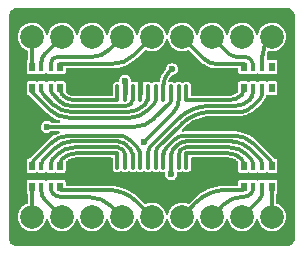
<source format=gbr>
%TF.GenerationSoftware,KiCad,Pcbnew,8.0.4*%
%TF.CreationDate,2024-09-13T11:56:00+01:00*%
%TF.ProjectId,MkI,4d6b492e-6b69-4636-9164-5f7063625858,rev?*%
%TF.SameCoordinates,Original*%
%TF.FileFunction,Copper,L1,Top*%
%TF.FilePolarity,Positive*%
%FSLAX46Y46*%
G04 Gerber Fmt 4.6, Leading zero omitted, Abs format (unit mm)*
G04 Created by KiCad (PCBNEW 8.0.4) date 2024-09-13 11:56:00*
%MOMM*%
%LPD*%
G01*
G04 APERTURE LIST*
G04 Aperture macros list*
%AMRoundRect*
0 Rectangle with rounded corners*
0 $1 Rounding radius*
0 $2 $3 $4 $5 $6 $7 $8 $9 X,Y pos of 4 corners*
0 Add a 4 corners polygon primitive as box body*
4,1,4,$2,$3,$4,$5,$6,$7,$8,$9,$2,$3,0*
0 Add four circle primitives for the rounded corners*
1,1,$1+$1,$2,$3*
1,1,$1+$1,$4,$5*
1,1,$1+$1,$6,$7*
1,1,$1+$1,$8,$9*
0 Add four rect primitives between the rounded corners*
20,1,$1+$1,$2,$3,$4,$5,0*
20,1,$1+$1,$4,$5,$6,$7,0*
20,1,$1+$1,$6,$7,$8,$9,0*
20,1,$1+$1,$8,$9,$2,$3,0*%
G04 Aperture macros list end*
%TA.AperFunction,SMDPad,CuDef*%
%ADD10RoundRect,0.100000X-0.100000X0.637500X-0.100000X-0.637500X0.100000X-0.637500X0.100000X0.637500X0*%
%TD*%
%TA.AperFunction,SMDPad,CuDef*%
%ADD11R,0.500000X0.800000*%
%TD*%
%TA.AperFunction,SMDPad,CuDef*%
%ADD12R,0.400000X0.800000*%
%TD*%
%TA.AperFunction,ComponentPad*%
%ADD13C,2.000000*%
%TD*%
%TA.AperFunction,ViaPad*%
%ADD14C,0.600000*%
%TD*%
%TA.AperFunction,Conductor*%
%ADD15C,0.300000*%
%TD*%
%TA.AperFunction,Conductor*%
%ADD16C,0.400000*%
%TD*%
G04 APERTURE END LIST*
D10*
%TO.P,U1,20,PD3*%
%TO.N,/GPIO_PD3*%
X101350000Y-89857500D03*
%TO.P,U1,19,PD2*%
%TO.N,/GPIO_PD2*%
X100700000Y-89857500D03*
%TO.P,U1,18,PD1*%
%TO.N,/GPIO_PD1*%
X100050000Y-89857500D03*
%TO.P,U1,17,PC7*%
%TO.N,/GPIO_PC7*%
X99400000Y-89857500D03*
%TO.P,U1,16,PC6*%
%TO.N,/GPIO_PC6*%
X98750000Y-89857500D03*
%TO.P,U1,15,PC5*%
%TO.N,/GPIO_PC5*%
X98100000Y-89857500D03*
%TO.P,U1,14,PC4*%
%TO.N,/GPIO_PC4*%
X97450000Y-89857500D03*
%TO.P,U1,13,PC3*%
%TO.N,/GPIO_PC3*%
X96800000Y-89857500D03*
%TO.P,U1,12,PC2*%
%TO.N,/GPIO_PC2*%
X96150000Y-89857500D03*
%TO.P,U1,11,PC1*%
%TO.N,/GPIO_PC1*%
X95500000Y-89857500D03*
%TO.P,U1,10,PC0*%
%TO.N,/GPIO_PC0*%
X95500000Y-84132500D03*
%TO.P,U1,9,VDD*%
%TO.N,VCC*%
X96150000Y-84132500D03*
%TO.P,U1,8,PD0*%
%TO.N,/GPIO_PD0*%
X96800000Y-84132500D03*
%TO.P,U1,7,VSS*%
%TO.N,GND*%
X97450000Y-84132500D03*
%TO.P,U1,6,PA2*%
%TO.N,/GPIO_PA2*%
X98100000Y-84132500D03*
%TO.P,U1,5,PA1*%
%TO.N,/GPIO_PA1*%
X98750000Y-84132500D03*
%TO.P,U1,4,PD7*%
%TO.N,/GPIO_PD7*%
X99400000Y-84132500D03*
%TO.P,U1,3,PD6*%
%TO.N,/GPIO_PD6*%
X100050000Y-84132500D03*
%TO.P,U1,2,PD5*%
%TO.N,/GPIO_PD5*%
X100700000Y-84132500D03*
%TO.P,U1,1,PD4*%
%TO.N,/GPIO_PD4*%
X101350000Y-84132500D03*
%TD*%
D11*
%TO.P,RN2,8,R1.2*%
%TO.N,/GPIO_PD3*%
X106185000Y-90275000D03*
D12*
%TO.P,RN2,7,R2.2*%
%TO.N,/GPIO_PD2*%
X106985000Y-90275000D03*
%TO.P,RN2,6,R3.2*%
%TO.N,/GPIO_PD1*%
X107785000Y-90275000D03*
D11*
%TO.P,RN2,5,R4.2*%
%TO.N,/GPIO_PC7*%
X108585000Y-90275000D03*
%TO.P,RN2,4,R4.1*%
%TO.N,/SEG_C*%
X108585000Y-92075000D03*
D12*
%TO.P,RN2,3,R3.1*%
%TO.N,/SEG_DP*%
X107785000Y-92075000D03*
%TO.P,RN2,2,R2.1*%
%TO.N,/SEG_D*%
X106985000Y-92075000D03*
D11*
%TO.P,RN2,1,R1.1*%
%TO.N,/SEG_G2*%
X106185000Y-92075000D03*
%TD*%
D13*
%TO.P,DISP1,18,F*%
%TO.N,/SEG_F*%
X88265000Y-79375000D03*
%TO.P,DISP1,17,H*%
%TO.N,/SEG_H*%
X90805000Y-79375000D03*
%TO.P,DISP1,16,DIGIT_1*%
%TO.N,/DIGIT_1*%
X93345000Y-79375000D03*
%TO.P,DISP1,15,I*%
%TO.N,/SEG_I*%
X95885000Y-79375000D03*
%TO.P,DISP1,14,J*%
%TO.N,/SEG_J*%
X98425000Y-79375000D03*
%TO.P,DISP1,13,G1*%
%TO.N,/SEG_G1*%
X100965000Y-79375000D03*
%TO.P,DISP1,12,A*%
%TO.N,/SEG_A*%
X103505000Y-79375000D03*
%TO.P,DISP1,11,DIGIT_2*%
%TO.N,/DIGIT_2*%
X106045000Y-79375000D03*
%TO.P,DISP1,10,B*%
%TO.N,/SEG_B*%
X108585000Y-79375000D03*
%TO.P,DISP1,9,C*%
%TO.N,/SEG_C*%
X108585000Y-94615000D03*
%TO.P,DISP1,8,DP*%
%TO.N,/SEG_DP*%
X106045000Y-94615000D03*
%TO.P,DISP1,7,D*%
%TO.N,/SEG_D*%
X103505000Y-94615000D03*
%TO.P,DISP1,6,G2*%
%TO.N,/SEG_G2*%
X100965000Y-94615000D03*
%TO.P,DISP1,5,K*%
%TO.N,/SEG_K*%
X98425000Y-94615000D03*
%TO.P,DISP1,4,L*%
%TO.N,/SEG_L*%
X95885000Y-94615000D03*
%TO.P,DISP1,3,NC*%
%TO.N,unconnected-(DISP1-NC-Pad3)*%
X93345000Y-94615000D03*
%TO.P,DISP1,2,M*%
%TO.N,/SEG_M*%
X90805000Y-94615000D03*
%TO.P,DISP1,1,E*%
%TO.N,/SEG_E*%
X88265000Y-94615000D03*
%TD*%
D11*
%TO.P,RN1,8,R1.2*%
%TO.N,/GPIO_PC4*%
X88265000Y-90275000D03*
D12*
%TO.P,RN1,7,R2.2*%
%TO.N,/GPIO_PC3*%
X89065000Y-90275000D03*
%TO.P,RN1,6,R3.2*%
%TO.N,/GPIO_PC2*%
X89865000Y-90275000D03*
D11*
%TO.P,RN1,5,R4.2*%
%TO.N,/GPIO_PC1*%
X90665000Y-90275000D03*
%TO.P,RN1,4,R4.1*%
%TO.N,/SEG_K*%
X90665000Y-92075000D03*
D12*
%TO.P,RN1,3,R3.1*%
%TO.N,/SEG_L*%
X89865000Y-92075000D03*
%TO.P,RN1,2,R2.1*%
%TO.N,/SEG_M*%
X89065000Y-92075000D03*
D11*
%TO.P,RN1,1,R1.1*%
%TO.N,/SEG_E*%
X88265000Y-92075000D03*
%TD*%
%TO.P,RN4,8,R1.2*%
%TO.N,/SEG_G1*%
X106185000Y-81915000D03*
D12*
%TO.P,RN4,7,R2.2*%
%TO.N,/SEG_A*%
X106985000Y-81915000D03*
%TO.P,RN4,6,R3.2*%
%TO.N,/SEG_B*%
X107785000Y-81915000D03*
D11*
%TO.P,RN4,5,R4.2*%
%TO.N,unconnected-(RN4-R4.2-Pad5)*%
X108585000Y-81915000D03*
%TO.P,RN4,4,R4.1*%
%TO.N,unconnected-(RN4-R4.1-Pad4)*%
X108585000Y-83715000D03*
D12*
%TO.P,RN4,3,R3.1*%
%TO.N,/GPIO_PC6*%
X107785000Y-83715000D03*
%TO.P,RN4,2,R2.1*%
%TO.N,/GPIO_PC5*%
X106985000Y-83715000D03*
D11*
%TO.P,RN4,1,R1.1*%
%TO.N,/GPIO_PD4*%
X106185000Y-83715000D03*
%TD*%
%TO.P,RN3,8,R1.2*%
%TO.N,/SEG_F*%
X88265000Y-81915000D03*
D12*
%TO.P,RN3,7,R2.2*%
%TO.N,/SEG_H*%
X89065000Y-81915000D03*
%TO.P,RN3,6,R3.2*%
%TO.N,/SEG_I*%
X89865000Y-81915000D03*
D11*
%TO.P,RN3,5,R4.2*%
%TO.N,/SEG_J*%
X90665000Y-81915000D03*
%TO.P,RN3,4,R4.1*%
%TO.N,/GPIO_PC0*%
X90665000Y-83715000D03*
D12*
%TO.P,RN3,3,R3.1*%
%TO.N,/GPIO_PD0*%
X89865000Y-83715000D03*
%TO.P,RN3,2,R2.1*%
%TO.N,/GPIO_PA2*%
X89065000Y-83715000D03*
D11*
%TO.P,RN3,1,R1.1*%
%TO.N,/GPIO_PA1*%
X88265000Y-83715000D03*
%TD*%
D14*
%TO.N,GND*%
X99695000Y-93345000D03*
X87245464Y-91180000D03*
X109595464Y-91180000D03*
X98445464Y-91180000D03*
X107295464Y-86280000D03*
X107295464Y-87680000D03*
X105195464Y-91180000D03*
X91645464Y-91180000D03*
X107395464Y-91180000D03*
X89445464Y-91180000D03*
X107365000Y-95965000D03*
X102825000Y-82807500D03*
X90250000Y-82820000D03*
X104725000Y-83795000D03*
X94665000Y-95965000D03*
X106600000Y-82820000D03*
X89585000Y-95965000D03*
X99745000Y-80725000D03*
X91625000Y-83745000D03*
X92625000Y-83745000D03*
X94025000Y-82807500D03*
X97475000Y-82795000D03*
X102285000Y-95965000D03*
%TO.N,VCC*%
X96150000Y-83095001D03*
%TO.N,/GPIO_PD7*%
X100125000Y-82095000D03*
%TO.N,/GPIO_PD1*%
X100050000Y-90995000D03*
%TO.N,/GPIO_PD5*%
X97775000Y-88245000D03*
%TO.N,/GPIO_PD6*%
X89525000Y-86995000D03*
%TD*%
D15*
%TO.N,/SEG_DP*%
X107492107Y-93167893D02*
X106045000Y-94615000D01*
X107785000Y-92075000D02*
X107785000Y-92460786D01*
X107785000Y-92460786D02*
G75*
G02*
X107492114Y-93167900I-1000000J-14D01*
G01*
%TO.N,/SEG_D*%
X104569486Y-93520514D02*
X103490000Y-94600000D01*
X106985000Y-92075000D02*
X106985000Y-92277893D01*
X106838553Y-92631447D02*
X106832893Y-92637107D01*
X106125786Y-92930000D02*
X105995112Y-92930000D01*
X106985000Y-92277893D02*
G75*
G02*
X106838556Y-92631450I-500000J-7D01*
G01*
X106125786Y-92930000D02*
G75*
G03*
X106832900Y-92637114I14J1000000D01*
G01*
X105995112Y-92930000D02*
G75*
G03*
X104569488Y-93520516I-12J-2016100D01*
G01*
%TO.N,/SEG_H*%
X89065000Y-81915000D02*
X89065000Y-81536486D01*
X89363035Y-80816965D02*
X90805000Y-79375000D01*
X89363035Y-80816965D02*
G75*
G03*
X89065003Y-81536486I719565J-719535D01*
G01*
%TO.N,/SEG_G1*%
X106185000Y-81915000D02*
X106185000Y-81695000D01*
X106185000Y-81695000D02*
X106165000Y-81675000D01*
X106165000Y-81675000D02*
X103916172Y-81675000D01*
X102804552Y-81214552D02*
X100965000Y-79375000D01*
X103916172Y-81675000D02*
G75*
G02*
X102804559Y-81214545I28J1572100D01*
G01*
%TO.N,/SEG_F*%
X88265000Y-81915000D02*
X88265000Y-79375000D01*
%TO.N,/SEG_B*%
X108390467Y-79569533D02*
X108585000Y-79375000D01*
X107785000Y-81915000D02*
X107785000Y-81031260D01*
X107785000Y-81031260D02*
G75*
G02*
X108390486Y-79569552I2067200J-40D01*
G01*
%TO.N,/SEG_I*%
X90422107Y-81060000D02*
X93374492Y-81060000D01*
X89865000Y-81915000D02*
X89865000Y-81617107D01*
X90011447Y-81263553D02*
X90068554Y-81206446D01*
X94783722Y-80476278D02*
X95885000Y-79375000D01*
X90011447Y-81263553D02*
G75*
G03*
X89865005Y-81617107I353553J-353547D01*
G01*
X94783722Y-80476278D02*
G75*
G02*
X93374492Y-81060010I-1409222J1409178D01*
G01*
X90068554Y-81206446D02*
G75*
G02*
X90422107Y-81060005I353546J-353554D01*
G01*
%TO.N,/SEG_J*%
X90665000Y-81695000D02*
X90700000Y-81660000D01*
X90700000Y-81660000D02*
X95097155Y-81660000D01*
X96877403Y-80922597D02*
X98425000Y-79375000D01*
X90665000Y-81915000D02*
X90665000Y-81695000D01*
X96877403Y-80922597D02*
G75*
G02*
X95097155Y-81659954I-1780203J1780297D01*
G01*
%TO.N,/SEG_C*%
X108585000Y-92075000D02*
X108585000Y-94615000D01*
%TO.N,/SEG_G2*%
X102175864Y-93374136D02*
X100950000Y-94600000D01*
X106185000Y-92075000D02*
X106185000Y-92295000D01*
X106150000Y-92330000D02*
X104696631Y-92330000D01*
X106185000Y-92295000D02*
X106150000Y-92330000D01*
X104696631Y-92330000D02*
G75*
G03*
X102175849Y-93374121I-31J-3564900D01*
G01*
%TO.N,/SEG_K*%
X97163501Y-93353501D02*
X98425000Y-94615000D01*
X90665000Y-92075000D02*
X90665000Y-92295000D01*
X90665000Y-92295000D02*
X90700000Y-92330000D01*
X90700000Y-92330000D02*
X94692552Y-92330000D01*
X94692552Y-92330000D02*
G75*
G02*
X97163515Y-93353487I48J-3494400D01*
G01*
%TO.N,/SEG_E*%
X88265000Y-92075000D02*
X88265000Y-94615000D01*
%TO.N,/SEG_L*%
X90011447Y-92631447D02*
X90017107Y-92637107D01*
X94989606Y-93719606D02*
X95885000Y-94615000D01*
X89865000Y-92075000D02*
X89865000Y-92277893D01*
X90724214Y-92930000D02*
X93083328Y-92930000D01*
X89865000Y-92277893D02*
G75*
G03*
X90011444Y-92631450I500000J-7D01*
G01*
X90724214Y-92930000D02*
G75*
G02*
X90017100Y-92637114I-14J1000000D01*
G01*
X93083328Y-92930000D02*
G75*
G02*
X94989595Y-93719617I-28J-2695900D01*
G01*
%TO.N,/SEG_M*%
X89357893Y-93167893D02*
X90805000Y-94615000D01*
X89065000Y-92075000D02*
X89065000Y-92460786D01*
X89065000Y-92460786D02*
G75*
G03*
X89357886Y-93167900I1000000J-14D01*
G01*
%TO.N,/SEG_A*%
X106357893Y-81075000D02*
X105540334Y-81075000D01*
X106838553Y-81348553D02*
X106711446Y-81221446D01*
X106985000Y-81915000D02*
X106985000Y-81702107D01*
X104967884Y-80837884D02*
X103505000Y-79375000D01*
X106711446Y-81221446D02*
G75*
G03*
X106357893Y-81075005I-353546J-353554D01*
G01*
X105540334Y-81075000D02*
G75*
G02*
X104967860Y-80837908I-34J809600D01*
G01*
X106838553Y-81348553D02*
G75*
G02*
X106984995Y-81702107I-353553J-353547D01*
G01*
D16*
%TO.N,GND*%
X97450000Y-82820000D02*
X97450000Y-84132500D01*
%TO.N,VCC*%
X96150000Y-83095001D02*
X96150000Y-84132500D01*
D15*
%TO.N,/GPIO_PA1*%
X88265000Y-83715000D02*
X88265000Y-84058553D01*
X88265000Y-84058553D02*
X89699819Y-85493372D01*
X98105796Y-85560479D02*
X98630031Y-85036244D01*
X91478197Y-86230000D02*
X96489429Y-86230000D01*
X98750000Y-84746613D02*
X98750000Y-84132500D01*
X91478197Y-86230000D02*
G75*
G02*
X89699822Y-85493369I3J2515000D01*
G01*
X98105796Y-85560479D02*
G75*
G02*
X96489429Y-86230017I-1616396J1616379D01*
G01*
X98750000Y-84746613D02*
G75*
G02*
X98630024Y-85036237I-409600J13D01*
G01*
%TO.N,/GPIO_PD0*%
X90011447Y-84241447D02*
X90562266Y-84792266D01*
X89865000Y-83715000D02*
X89865000Y-83887893D01*
X91619050Y-85230000D02*
X96213086Y-85230000D01*
X96800000Y-84662893D02*
X96800000Y-84132500D01*
X96600452Y-85069548D02*
X96653554Y-85016446D01*
X96213086Y-85230000D02*
G75*
G03*
X96600455Y-85069551I14J547800D01*
G01*
X89865000Y-83887893D02*
G75*
G03*
X90011444Y-84241450I500000J-7D01*
G01*
X91619050Y-85230000D02*
G75*
G02*
X90562245Y-84792287I-50J1494500D01*
G01*
X96653554Y-85016446D02*
G75*
G03*
X96799995Y-84662893I-353554J353546D01*
G01*
%TO.N,/GPIO_PC0*%
X95500000Y-84730000D02*
X91802069Y-84730000D01*
X90944983Y-84374983D02*
X90811446Y-84241446D01*
X95500000Y-84132500D02*
X95500000Y-84730000D01*
X90665000Y-83887893D02*
X90665000Y-83715000D01*
X91802069Y-84730000D02*
G75*
G02*
X90944999Y-84374967I31J1212100D01*
G01*
X90665000Y-83887893D02*
G75*
G03*
X90811443Y-84241449I500000J-7D01*
G01*
%TO.N,/GPIO_PA2*%
X91574605Y-85730000D02*
X96340909Y-85730000D01*
X89211447Y-84241447D02*
X90081560Y-85111560D01*
X98100000Y-84515976D02*
X98100000Y-84132500D01*
X89065000Y-83715000D02*
X89065000Y-83887893D01*
X97857326Y-85101842D02*
G75*
G02*
X96340909Y-85730020I-1516426J1516242D01*
G01*
X97857326Y-85101842D02*
G75*
G03*
X98099994Y-84515976I-585826J585842D01*
G01*
X89211447Y-84241447D02*
G75*
G02*
X89065005Y-83887893I353553J353547D01*
G01*
X91574605Y-85730000D02*
G75*
G02*
X90081554Y-85111566I-5J2111500D01*
G01*
%TO.N,/GPIO_PD4*%
X101400000Y-84730000D02*
X104943621Y-84730000D01*
X101350000Y-84680000D02*
X101400000Y-84730000D01*
X106185000Y-83922893D02*
X106185000Y-83715000D01*
X101350000Y-84132500D02*
X101350000Y-84680000D01*
X106038554Y-84276446D02*
G75*
G02*
X104943621Y-84730022I-1094954J1094846D01*
G01*
X106038554Y-84276446D02*
G75*
G03*
X106184995Y-83922893I-353554J353546D01*
G01*
%TO.N,/GPIO_PD7*%
X99400000Y-84132500D02*
X99400000Y-83488446D01*
X99872663Y-82347337D02*
X100125000Y-82095000D01*
X99400000Y-83488446D02*
G75*
G02*
X99872634Y-82347308I1613800J46D01*
G01*
%TO.N,/GPIO_PC1*%
X95500000Y-89230000D02*
X91990928Y-89230000D01*
X95500000Y-89857500D02*
X95500000Y-89230000D01*
X90665000Y-90072107D02*
X90665000Y-90275000D01*
X90665000Y-90072107D02*
G75*
G02*
X90811443Y-89718551I500000J7D01*
G01*
X91990928Y-89230000D02*
G75*
G03*
X90811421Y-89718529I-28J-1668100D01*
G01*
%TO.N,/GPIO_PC6*%
X107492107Y-84707893D02*
X107053714Y-85146286D01*
X107053714Y-85146286D02*
X106960112Y-85237241D01*
X107785000Y-84000786D02*
X107782955Y-84099077D01*
X105644502Y-85730000D02*
X103398382Y-85730000D01*
X107744608Y-84291882D02*
X107669384Y-84473501D01*
X106960112Y-85237241D02*
X106753048Y-85396135D01*
X107560174Y-84636956D02*
X107492107Y-84707893D01*
X106753048Y-85396135D02*
X106527015Y-85526641D01*
X107782955Y-84099077D02*
X107744608Y-84291882D01*
X100930226Y-86752344D02*
X98896446Y-88786124D01*
X106285882Y-85626528D02*
X106033773Y-85694086D01*
X106033773Y-85694086D02*
X105775004Y-85728159D01*
X98750000Y-89139677D02*
X98750000Y-89857500D01*
X106527015Y-85526641D02*
X106285882Y-85626528D01*
X105775004Y-85728159D02*
X105644502Y-85730000D01*
X107785000Y-83715000D02*
X107785000Y-84000786D01*
X107669384Y-84473501D02*
X107560174Y-84636956D01*
X103398382Y-85730000D02*
G75*
G03*
X100930235Y-86752353I18J-3490500D01*
G01*
X98750000Y-89139677D02*
G75*
G02*
X98896458Y-88786136I500000J-23D01*
G01*
%TO.N,/GPIO_PD2*%
X100695464Y-89337939D02*
X100695464Y-89857500D01*
X100934511Y-88891785D02*
X100841910Y-88984386D01*
X106834017Y-89718553D02*
X106462744Y-89347280D01*
X104972498Y-88730000D02*
X101325094Y-88730000D01*
X106980464Y-90275000D02*
X106980464Y-90072107D01*
X100695464Y-89337939D02*
G75*
G02*
X100841883Y-88984359I500036J39D01*
G01*
X101325094Y-88730000D02*
G75*
G03*
X100934507Y-88891781I6J-552400D01*
G01*
X104972498Y-88730000D02*
G75*
G02*
X106462740Y-89347284I2J-2107500D01*
G01*
X106980464Y-90072107D02*
G75*
G03*
X106834013Y-89718557I-499964J7D01*
G01*
%TO.N,/GPIO_PC2*%
X95910953Y-88891785D02*
X96003554Y-88984386D01*
X91872966Y-88730000D02*
X95520370Y-88730000D01*
X96150000Y-89337939D02*
X96150000Y-89857500D01*
X89865000Y-90275000D02*
X89865000Y-90072107D01*
X90011447Y-89718553D02*
X90382720Y-89347280D01*
X95520370Y-88730000D02*
G75*
G02*
X95910975Y-88891763I30J-552400D01*
G01*
X91872966Y-88730000D02*
G75*
G03*
X90382742Y-89347302I34J-2107500D01*
G01*
X89865000Y-90072107D02*
G75*
G02*
X90011444Y-89718550I500000J7D01*
G01*
X96150000Y-89337939D02*
G75*
G03*
X96003573Y-88984367I-500000J39D01*
G01*
%TO.N,/GPIO_PC7*%
X108434017Y-89820000D02*
X107026746Y-88412729D01*
X105378491Y-87730000D02*
X101215304Y-87730000D01*
X108580464Y-90275000D02*
X108580464Y-90173554D01*
X99395464Y-89430832D02*
X99395464Y-89857500D01*
X100305037Y-88107045D02*
X99688357Y-88723725D01*
X100305037Y-88107045D02*
G75*
G02*
X101215304Y-87729999I910263J-910255D01*
G01*
X108580464Y-90173554D02*
G75*
G03*
X108433986Y-89820031I-499964J-46D01*
G01*
X105378491Y-87730000D02*
G75*
G02*
X107026753Y-88412722I9J-2331000D01*
G01*
X99688357Y-88723725D02*
G75*
G03*
X99395497Y-89430832I707143J-707075D01*
G01*
%TO.N,/GPIO_PC4*%
X91466973Y-87730000D02*
X95630160Y-87730000D01*
X88265000Y-90275000D02*
X88265000Y-90173554D01*
X97450000Y-89430832D02*
X97450000Y-89857500D01*
X88411447Y-89820000D02*
X89818718Y-88412729D01*
X96540427Y-88107045D02*
X97157107Y-88723725D01*
X96540427Y-88107045D02*
G75*
G03*
X95630160Y-87730025I-910227J-910255D01*
G01*
X88265000Y-90173554D02*
G75*
G02*
X88411470Y-89820023I500000J-46D01*
G01*
X91466973Y-87730000D02*
G75*
G03*
X89818729Y-88412740I27J-2331000D01*
G01*
X97157107Y-88723725D02*
G75*
G02*
X97449978Y-89430832I-707107J-707075D01*
G01*
%TO.N,/GPIO_PD1*%
X100591686Y-88527503D02*
X100246142Y-88873047D01*
X107780464Y-90275000D02*
X107780464Y-90165001D01*
X105234097Y-88230000D02*
X101309922Y-88230000D01*
X107634017Y-89811447D02*
X106631318Y-88808748D01*
X100045464Y-89357527D02*
X100045464Y-89857500D01*
X100050000Y-90995000D02*
X100050000Y-89857500D01*
X106631318Y-88808748D02*
G75*
G03*
X105234097Y-88230011I-1397218J-1397252D01*
G01*
X107634017Y-89811447D02*
G75*
G02*
X107780474Y-90165001I-353517J-353553D01*
G01*
X100246142Y-88873047D02*
G75*
G03*
X100045476Y-89357527I484458J-484453D01*
G01*
X100591686Y-88527503D02*
G75*
G02*
X101309922Y-88230004I718214J-718197D01*
G01*
%TO.N,/GPIO_PC5*%
X98100000Y-89082571D02*
X98100000Y-89857500D01*
X105431638Y-85230000D02*
X103262354Y-85230000D01*
X100672861Y-86302603D02*
X98246446Y-88729018D01*
X106985000Y-83715000D02*
X106985000Y-84000786D01*
X98246446Y-88729018D02*
G75*
G03*
X98099979Y-89082571I353554J-353582D01*
G01*
X106692107Y-84707893D02*
G75*
G02*
X105431638Y-85230016I-1260507J1260493D01*
G01*
X106985000Y-84000786D02*
G75*
G02*
X106692114Y-84707900I-1000000J-14D01*
G01*
X103262354Y-85230000D02*
G75*
G03*
X100672883Y-86302625I46J-3662100D01*
G01*
%TO.N,/GPIO_PD5*%
X97775000Y-88245000D02*
X100229020Y-85790980D01*
X100700000Y-84653934D02*
X100700000Y-84132500D01*
X100700000Y-84653934D02*
G75*
G02*
X100228998Y-85790958I-1608000J34D01*
G01*
%TO.N,/GPIO_PD6*%
X100050000Y-84722631D02*
X100050000Y-84132500D01*
X98633863Y-86275305D02*
X99953454Y-84955714D01*
X89525000Y-86995000D02*
X96896367Y-86995000D01*
X99953454Y-84955714D02*
G75*
G03*
X100050031Y-84722631I-233054J233114D01*
G01*
X98633863Y-86275305D02*
G75*
G02*
X96896367Y-86994973I-1737463J1737505D01*
G01*
%TO.N,/GPIO_PC3*%
X91611367Y-88230000D02*
X95535542Y-88230000D01*
X96253778Y-88527503D02*
X96599322Y-88873047D01*
X89211447Y-89811447D02*
X90214146Y-88808748D01*
X89065000Y-90275000D02*
X89065000Y-90165001D01*
X96800000Y-89357527D02*
X96800000Y-89857500D01*
X96599322Y-88873047D02*
G75*
G02*
X96799969Y-89357527I-484522J-484453D01*
G01*
X96253778Y-88527503D02*
G75*
G03*
X95535542Y-88229959I-718278J-718197D01*
G01*
X90214146Y-88808748D02*
G75*
G02*
X91611367Y-88229986I1397254J-1397252D01*
G01*
X89211447Y-89811447D02*
G75*
G03*
X89065001Y-90165001I353553J-353553D01*
G01*
%TO.N,/GPIO_PD3*%
X106180464Y-90072107D02*
X106180464Y-90275000D01*
X101345464Y-89857500D02*
X101345464Y-89230000D01*
X101345464Y-89230000D02*
X104854536Y-89230000D01*
X106180464Y-90072107D02*
G75*
G03*
X106034014Y-89718558I-499964J7D01*
G01*
X104854536Y-89230000D02*
G75*
G02*
X106034011Y-89718561I-36J-1668100D01*
G01*
%TD*%
%TA.AperFunction,Conductor*%
%TO.N,GND*%
G36*
X109829818Y-76895977D02*
G01*
X109951736Y-76907996D01*
X109970762Y-76911782D01*
X110041048Y-76933107D01*
X110083327Y-76945936D01*
X110101255Y-76953363D01*
X110204992Y-77008817D01*
X110221126Y-77019598D01*
X110312055Y-77094223D01*
X110325776Y-77107944D01*
X110400401Y-77198873D01*
X110411182Y-77215007D01*
X110466636Y-77318744D01*
X110474063Y-77336672D01*
X110508216Y-77449234D01*
X110512003Y-77468265D01*
X110524022Y-77590180D01*
X110524500Y-77599893D01*
X110524500Y-96390138D01*
X110524023Y-96399842D01*
X110512014Y-96521762D01*
X110508228Y-96540796D01*
X110474084Y-96653354D01*
X110466657Y-96671285D01*
X110411208Y-96775022D01*
X110400426Y-96791158D01*
X110325806Y-96882083D01*
X110312083Y-96895806D01*
X110221158Y-96970426D01*
X110205022Y-96981208D01*
X110101285Y-97036657D01*
X110083354Y-97044084D01*
X109970796Y-97078228D01*
X109951763Y-97082014D01*
X109845719Y-97092459D01*
X109829841Y-97094023D01*
X109820139Y-97094500D01*
X87080575Y-97094500D01*
X87080500Y-97094494D01*
X87029832Y-97094499D01*
X87020127Y-97094023D01*
X86898210Y-97082026D01*
X86879174Y-97078241D01*
X86822894Y-97061173D01*
X86766616Y-97044105D01*
X86748683Y-97036678D01*
X86644946Y-96981235D01*
X86628810Y-96970453D01*
X86537883Y-96895832D01*
X86524167Y-96882116D01*
X86449545Y-96791187D01*
X86438767Y-96775058D01*
X86383319Y-96671312D01*
X86375896Y-96653387D01*
X86341756Y-96540817D01*
X86337974Y-96521797D01*
X86325975Y-96399862D01*
X86325500Y-96390175D01*
X86325505Y-96347435D01*
X86325504Y-96347432D01*
X86325505Y-96339972D01*
X86325500Y-96339892D01*
X86325500Y-94615000D01*
X87059357Y-94615000D01*
X87079885Y-94836536D01*
X87140771Y-95050528D01*
X87239942Y-95249689D01*
X87374019Y-95427236D01*
X87538438Y-95577124D01*
X87727599Y-95694247D01*
X87935060Y-95774618D01*
X88153757Y-95815500D01*
X88376243Y-95815500D01*
X88594940Y-95774618D01*
X88802401Y-95694247D01*
X88991562Y-95577124D01*
X89155981Y-95427236D01*
X89290058Y-95249689D01*
X89389229Y-95050528D01*
X89439780Y-94872859D01*
X89473889Y-94822065D01*
X89531342Y-94801021D01*
X89590191Y-94817765D01*
X89627960Y-94865902D01*
X89630215Y-94872845D01*
X89680771Y-95050528D01*
X89779942Y-95249689D01*
X89914019Y-95427236D01*
X90078438Y-95577124D01*
X90267599Y-95694247D01*
X90475060Y-95774618D01*
X90693757Y-95815500D01*
X90916243Y-95815500D01*
X91134940Y-95774618D01*
X91342401Y-95694247D01*
X91531562Y-95577124D01*
X91695981Y-95427236D01*
X91830058Y-95249689D01*
X91929229Y-95050528D01*
X91979780Y-94872859D01*
X92013889Y-94822065D01*
X92071342Y-94801021D01*
X92130191Y-94817765D01*
X92167960Y-94865902D01*
X92170215Y-94872845D01*
X92220771Y-95050528D01*
X92319942Y-95249689D01*
X92454019Y-95427236D01*
X92618438Y-95577124D01*
X92807599Y-95694247D01*
X93015060Y-95774618D01*
X93233757Y-95815500D01*
X93456243Y-95815500D01*
X93674940Y-95774618D01*
X93882401Y-95694247D01*
X94071562Y-95577124D01*
X94235981Y-95427236D01*
X94370058Y-95249689D01*
X94469229Y-95050528D01*
X94519780Y-94872859D01*
X94553889Y-94822065D01*
X94611342Y-94801021D01*
X94670191Y-94817765D01*
X94707960Y-94865902D01*
X94710215Y-94872845D01*
X94760771Y-95050528D01*
X94859942Y-95249689D01*
X94994019Y-95427236D01*
X95158438Y-95577124D01*
X95347599Y-95694247D01*
X95555060Y-95774618D01*
X95773757Y-95815500D01*
X95996243Y-95815500D01*
X96214940Y-95774618D01*
X96422401Y-95694247D01*
X96611562Y-95577124D01*
X96775981Y-95427236D01*
X96910058Y-95249689D01*
X97009229Y-95050528D01*
X97059780Y-94872859D01*
X97093889Y-94822065D01*
X97151342Y-94801021D01*
X97210191Y-94817765D01*
X97247960Y-94865902D01*
X97250215Y-94872845D01*
X97300771Y-95050528D01*
X97399942Y-95249689D01*
X97534019Y-95427236D01*
X97698438Y-95577124D01*
X97887599Y-95694247D01*
X98095060Y-95774618D01*
X98313757Y-95815500D01*
X98536243Y-95815500D01*
X98754940Y-95774618D01*
X98962401Y-95694247D01*
X99151562Y-95577124D01*
X99315981Y-95427236D01*
X99450058Y-95249689D01*
X99549229Y-95050528D01*
X99599780Y-94872859D01*
X99633889Y-94822065D01*
X99691342Y-94801021D01*
X99750191Y-94817765D01*
X99787960Y-94865902D01*
X99790215Y-94872845D01*
X99840771Y-95050528D01*
X99939942Y-95249689D01*
X100074019Y-95427236D01*
X100238438Y-95577124D01*
X100427599Y-95694247D01*
X100635060Y-95774618D01*
X100853757Y-95815500D01*
X101076243Y-95815500D01*
X101294940Y-95774618D01*
X101502401Y-95694247D01*
X101691562Y-95577124D01*
X101855981Y-95427236D01*
X101990058Y-95249689D01*
X102089229Y-95050528D01*
X102139780Y-94872859D01*
X102173889Y-94822065D01*
X102231342Y-94801021D01*
X102290191Y-94817765D01*
X102327960Y-94865902D01*
X102330215Y-94872845D01*
X102380771Y-95050528D01*
X102479942Y-95249689D01*
X102614019Y-95427236D01*
X102778438Y-95577124D01*
X102967599Y-95694247D01*
X103175060Y-95774618D01*
X103393757Y-95815500D01*
X103616243Y-95815500D01*
X103834940Y-95774618D01*
X104042401Y-95694247D01*
X104231562Y-95577124D01*
X104395981Y-95427236D01*
X104530058Y-95249689D01*
X104629229Y-95050528D01*
X104679780Y-94872859D01*
X104713889Y-94822065D01*
X104771342Y-94801021D01*
X104830191Y-94817765D01*
X104867960Y-94865902D01*
X104870215Y-94872845D01*
X104920771Y-95050528D01*
X105019942Y-95249689D01*
X105154019Y-95427236D01*
X105318438Y-95577124D01*
X105507599Y-95694247D01*
X105715060Y-95774618D01*
X105933757Y-95815500D01*
X106156243Y-95815500D01*
X106374940Y-95774618D01*
X106582401Y-95694247D01*
X106771562Y-95577124D01*
X106935981Y-95427236D01*
X107070058Y-95249689D01*
X107169229Y-95050528D01*
X107219780Y-94872859D01*
X107253889Y-94822065D01*
X107311342Y-94801021D01*
X107370191Y-94817765D01*
X107407960Y-94865902D01*
X107410215Y-94872845D01*
X107460771Y-95050528D01*
X107559942Y-95249689D01*
X107694019Y-95427236D01*
X107858438Y-95577124D01*
X108047599Y-95694247D01*
X108255060Y-95774618D01*
X108473757Y-95815500D01*
X108696243Y-95815500D01*
X108914940Y-95774618D01*
X109122401Y-95694247D01*
X109311562Y-95577124D01*
X109475981Y-95427236D01*
X109610058Y-95249689D01*
X109709229Y-95050528D01*
X109770115Y-94836536D01*
X109790643Y-94615000D01*
X109770115Y-94393464D01*
X109709229Y-94179472D01*
X109610058Y-93980311D01*
X109475981Y-93802764D01*
X109311562Y-93652876D01*
X109122401Y-93535753D01*
X109016307Y-93494652D01*
X108998737Y-93487845D01*
X108951306Y-93449193D01*
X108935500Y-93395530D01*
X108935500Y-92701903D01*
X108954407Y-92643712D01*
X108979497Y-92619588D01*
X108979552Y-92619552D01*
X109023867Y-92553231D01*
X109035500Y-92494748D01*
X109035500Y-91655252D01*
X109023867Y-91596769D01*
X108979552Y-91530448D01*
X108954998Y-91514041D01*
X108913233Y-91486134D01*
X108913231Y-91486133D01*
X108913228Y-91486132D01*
X108913227Y-91486132D01*
X108854758Y-91474501D01*
X108854748Y-91474500D01*
X108315252Y-91474500D01*
X108315251Y-91474500D01*
X108315241Y-91474501D01*
X108256772Y-91486132D01*
X108256766Y-91486134D01*
X108215002Y-91514041D01*
X108156114Y-91530650D01*
X108104998Y-91514041D01*
X108063233Y-91486134D01*
X108063231Y-91486133D01*
X108063228Y-91486132D01*
X108063227Y-91486132D01*
X108004758Y-91474501D01*
X108004748Y-91474500D01*
X107565252Y-91474500D01*
X107565251Y-91474500D01*
X107565241Y-91474501D01*
X107506772Y-91486132D01*
X107506766Y-91486134D01*
X107440002Y-91530746D01*
X107381114Y-91547355D01*
X107329998Y-91530746D01*
X107263233Y-91486134D01*
X107263231Y-91486133D01*
X107263228Y-91486132D01*
X107263227Y-91486132D01*
X107204758Y-91474501D01*
X107204748Y-91474500D01*
X106765252Y-91474500D01*
X106765251Y-91474500D01*
X106765241Y-91474501D01*
X106706772Y-91486132D01*
X106706766Y-91486134D01*
X106665002Y-91514041D01*
X106606114Y-91530650D01*
X106554998Y-91514041D01*
X106513233Y-91486134D01*
X106513231Y-91486133D01*
X106513228Y-91486132D01*
X106513227Y-91486132D01*
X106454758Y-91474501D01*
X106454748Y-91474500D01*
X105915252Y-91474500D01*
X105915251Y-91474500D01*
X105915241Y-91474501D01*
X105856772Y-91486132D01*
X105856766Y-91486134D01*
X105790451Y-91530445D01*
X105790445Y-91530451D01*
X105746134Y-91596766D01*
X105746132Y-91596772D01*
X105734501Y-91655241D01*
X105734500Y-91655253D01*
X105734500Y-91880500D01*
X105715593Y-91938691D01*
X105666093Y-91974655D01*
X105635500Y-91979500D01*
X104644442Y-91979500D01*
X104644107Y-91979521D01*
X104525676Y-91979521D01*
X104185092Y-92009315D01*
X104185083Y-92009316D01*
X103848385Y-92068682D01*
X103848377Y-92068684D01*
X103518129Y-92157170D01*
X103196843Y-92274108D01*
X102886973Y-92418599D01*
X102590890Y-92589541D01*
X102310819Y-92785646D01*
X102208457Y-92871537D01*
X102069505Y-92988131D01*
X102048898Y-93005422D01*
X101960653Y-93093665D01*
X101960645Y-93093671D01*
X101559664Y-93494652D01*
X101505148Y-93522429D01*
X101453898Y-93516963D01*
X101294940Y-93455382D01*
X101294939Y-93455381D01*
X101294937Y-93455381D01*
X101076243Y-93414500D01*
X100853757Y-93414500D01*
X100635062Y-93455381D01*
X100558797Y-93484926D01*
X100427599Y-93535753D01*
X100238438Y-93652876D01*
X100074019Y-93802764D01*
X100030550Y-93860326D01*
X99939943Y-93980309D01*
X99939938Y-93980318D01*
X99873183Y-94114380D01*
X99840771Y-94179472D01*
X99790219Y-94357140D01*
X99756111Y-94407934D01*
X99698658Y-94428978D01*
X99639809Y-94412234D01*
X99602040Y-94364097D01*
X99599784Y-94357154D01*
X99549229Y-94179472D01*
X99450058Y-93980311D01*
X99315981Y-93802764D01*
X99151562Y-93652876D01*
X98962401Y-93535753D01*
X98754940Y-93455382D01*
X98754939Y-93455381D01*
X98754937Y-93455381D01*
X98536243Y-93414500D01*
X98313757Y-93414500D01*
X98095062Y-93455381D01*
X97914478Y-93525340D01*
X97853386Y-93528730D01*
X97808711Y-93503029D01*
X97440352Y-93134670D01*
X97440322Y-93134612D01*
X97365770Y-93060061D01*
X97292650Y-92986941D01*
X97292645Y-92986936D01*
X97035457Y-92771130D01*
X97035453Y-92771127D01*
X97035451Y-92771125D01*
X96760420Y-92578548D01*
X96469651Y-92410674D01*
X96329355Y-92345254D01*
X96165359Y-92268782D01*
X95849854Y-92153950D01*
X95525547Y-92067055D01*
X95525539Y-92067053D01*
X95194897Y-92008756D01*
X95194886Y-92008754D01*
X94860430Y-91979498D01*
X94860422Y-91979498D01*
X94692547Y-91979500D01*
X91214500Y-91979500D01*
X91156309Y-91960593D01*
X91120345Y-91911093D01*
X91115500Y-91880500D01*
X91115500Y-91655253D01*
X91115498Y-91655241D01*
X91112711Y-91641231D01*
X91103867Y-91596769D01*
X91059552Y-91530448D01*
X91034998Y-91514041D01*
X90993233Y-91486134D01*
X90993231Y-91486133D01*
X90993228Y-91486132D01*
X90993227Y-91486132D01*
X90934758Y-91474501D01*
X90934748Y-91474500D01*
X90395252Y-91474500D01*
X90395251Y-91474500D01*
X90395241Y-91474501D01*
X90336772Y-91486132D01*
X90336766Y-91486134D01*
X90295002Y-91514041D01*
X90236114Y-91530650D01*
X90184998Y-91514041D01*
X90143233Y-91486134D01*
X90143231Y-91486133D01*
X90143228Y-91486132D01*
X90143227Y-91486132D01*
X90084758Y-91474501D01*
X90084748Y-91474500D01*
X89645252Y-91474500D01*
X89645251Y-91474500D01*
X89645241Y-91474501D01*
X89586772Y-91486132D01*
X89586766Y-91486134D01*
X89520002Y-91530746D01*
X89461114Y-91547355D01*
X89409998Y-91530746D01*
X89343233Y-91486134D01*
X89343231Y-91486133D01*
X89343228Y-91486132D01*
X89343227Y-91486132D01*
X89284758Y-91474501D01*
X89284748Y-91474500D01*
X88845252Y-91474500D01*
X88845251Y-91474500D01*
X88845241Y-91474501D01*
X88786772Y-91486132D01*
X88786766Y-91486134D01*
X88745002Y-91514041D01*
X88686114Y-91530650D01*
X88634998Y-91514041D01*
X88593233Y-91486134D01*
X88593231Y-91486133D01*
X88593228Y-91486132D01*
X88593227Y-91486132D01*
X88534758Y-91474501D01*
X88534748Y-91474500D01*
X87995252Y-91474500D01*
X87995251Y-91474500D01*
X87995241Y-91474501D01*
X87936772Y-91486132D01*
X87936766Y-91486134D01*
X87870451Y-91530445D01*
X87870445Y-91530451D01*
X87826134Y-91596766D01*
X87826132Y-91596772D01*
X87814501Y-91655241D01*
X87814500Y-91655253D01*
X87814500Y-92494746D01*
X87814501Y-92494758D01*
X87826132Y-92553227D01*
X87826134Y-92553233D01*
X87870445Y-92619548D01*
X87870448Y-92619552D01*
X87870501Y-92619587D01*
X87870564Y-92619667D01*
X87877343Y-92626446D01*
X87876540Y-92627248D01*
X87908381Y-92667637D01*
X87914500Y-92701903D01*
X87914500Y-93395530D01*
X87895593Y-93453721D01*
X87851263Y-93487845D01*
X87817877Y-93500779D01*
X87727599Y-93535753D01*
X87538438Y-93652876D01*
X87374019Y-93802764D01*
X87330550Y-93860326D01*
X87239943Y-93980309D01*
X87239938Y-93980318D01*
X87173183Y-94114380D01*
X87140771Y-94179472D01*
X87079885Y-94393464D01*
X87059357Y-94615000D01*
X86325500Y-94615000D01*
X86325500Y-83295253D01*
X87814500Y-83295253D01*
X87814500Y-84134746D01*
X87814501Y-84134758D01*
X87826132Y-84193227D01*
X87826134Y-84193233D01*
X87870445Y-84259548D01*
X87870448Y-84259552D01*
X87936769Y-84303867D01*
X87960582Y-84308603D01*
X88000023Y-84316450D01*
X87999761Y-84317766D01*
X88050443Y-84339923D01*
X88054700Y-84343935D01*
X89484606Y-85773841D01*
X89484608Y-85773842D01*
X89489261Y-85778495D01*
X89489293Y-85778523D01*
X89551518Y-85840747D01*
X89551525Y-85840754D01*
X89769150Y-86019355D01*
X89769160Y-86019363D01*
X90003257Y-86175783D01*
X90251558Y-86308503D01*
X90511673Y-86416247D01*
X90511683Y-86416250D01*
X90625454Y-86450763D01*
X90675651Y-86485748D01*
X90695697Y-86543557D01*
X90677936Y-86602107D01*
X90629151Y-86639036D01*
X90596716Y-86644500D01*
X89928759Y-86644500D01*
X89870568Y-86625593D01*
X89861596Y-86617359D01*
X89861480Y-86617494D01*
X89856128Y-86612856D01*
X89735057Y-86535049D01*
X89735054Y-86535047D01*
X89735053Y-86535047D01*
X89735050Y-86535046D01*
X89596964Y-86494500D01*
X89596961Y-86494500D01*
X89453039Y-86494500D01*
X89453035Y-86494500D01*
X89314949Y-86535046D01*
X89314942Y-86535049D01*
X89193873Y-86612855D01*
X89099622Y-86721628D01*
X89039834Y-86852543D01*
X89019353Y-86994997D01*
X89019353Y-86995002D01*
X89039834Y-87137456D01*
X89046642Y-87152363D01*
X89099623Y-87268373D01*
X89168682Y-87348072D01*
X89193873Y-87377144D01*
X89314942Y-87454950D01*
X89314947Y-87454953D01*
X89401044Y-87480233D01*
X89453035Y-87495499D01*
X89453036Y-87495499D01*
X89453039Y-87495500D01*
X89453041Y-87495500D01*
X89596959Y-87495500D01*
X89596961Y-87495500D01*
X89735053Y-87454953D01*
X89856128Y-87377143D01*
X89861480Y-87372506D01*
X89862968Y-87374223D01*
X89906341Y-87348072D01*
X89928759Y-87345500D01*
X90525846Y-87345500D01*
X90584037Y-87364407D01*
X90620001Y-87413907D01*
X90620001Y-87475093D01*
X90584037Y-87524593D01*
X90558544Y-87537944D01*
X90439197Y-87579706D01*
X90287876Y-87652580D01*
X90167850Y-87710383D01*
X90167833Y-87710391D01*
X89912846Y-87870611D01*
X89912831Y-87870621D01*
X89677355Y-88058410D01*
X88126655Y-89609110D01*
X88126364Y-89609440D01*
X88116314Y-89619490D01*
X88105992Y-89633696D01*
X88056489Y-89669657D01*
X88025903Y-89674500D01*
X87995252Y-89674500D01*
X87995251Y-89674500D01*
X87995241Y-89674501D01*
X87936772Y-89686132D01*
X87936766Y-89686134D01*
X87870451Y-89730445D01*
X87870445Y-89730451D01*
X87826134Y-89796766D01*
X87826132Y-89796772D01*
X87814501Y-89855241D01*
X87814500Y-89855253D01*
X87814500Y-90694746D01*
X87814501Y-90694758D01*
X87826132Y-90753227D01*
X87826134Y-90753233D01*
X87867009Y-90814406D01*
X87870448Y-90819552D01*
X87936769Y-90863867D01*
X87981231Y-90872711D01*
X87995241Y-90875498D01*
X87995246Y-90875498D01*
X87995252Y-90875500D01*
X87995253Y-90875500D01*
X88534747Y-90875500D01*
X88534748Y-90875500D01*
X88593231Y-90863867D01*
X88635000Y-90835956D01*
X88693885Y-90819349D01*
X88744998Y-90835956D01*
X88786769Y-90863867D01*
X88831231Y-90872711D01*
X88845241Y-90875498D01*
X88845246Y-90875498D01*
X88845252Y-90875500D01*
X88845253Y-90875500D01*
X89284747Y-90875500D01*
X89284748Y-90875500D01*
X89343231Y-90863867D01*
X89409552Y-90819552D01*
X89409553Y-90819549D01*
X89409997Y-90819253D01*
X89468885Y-90802644D01*
X89520003Y-90819253D01*
X89520446Y-90819549D01*
X89520448Y-90819552D01*
X89586769Y-90863867D01*
X89631231Y-90872711D01*
X89645241Y-90875498D01*
X89645246Y-90875498D01*
X89645252Y-90875500D01*
X89645253Y-90875500D01*
X90084747Y-90875500D01*
X90084748Y-90875500D01*
X90143231Y-90863867D01*
X90185000Y-90835956D01*
X90243885Y-90819349D01*
X90294998Y-90835956D01*
X90336769Y-90863867D01*
X90381231Y-90872711D01*
X90395241Y-90875498D01*
X90395246Y-90875498D01*
X90395252Y-90875500D01*
X90395253Y-90875500D01*
X90934747Y-90875500D01*
X90934748Y-90875500D01*
X90993231Y-90863867D01*
X91059552Y-90819552D01*
X91103867Y-90753231D01*
X91115500Y-90694748D01*
X91115500Y-89961961D01*
X91134407Y-89903770D01*
X91149223Y-89887530D01*
X91183981Y-89857051D01*
X91194245Y-89849176D01*
X91326768Y-89760632D01*
X91337956Y-89754173D01*
X91480922Y-89683676D01*
X91492852Y-89678735D01*
X91643792Y-89627502D01*
X91656269Y-89624160D01*
X91812597Y-89593067D01*
X91825415Y-89591380D01*
X91988236Y-89580711D01*
X91994706Y-89580500D01*
X92046436Y-89580501D01*
X92046439Y-89580500D01*
X95000500Y-89580500D01*
X95058691Y-89599407D01*
X95094655Y-89648907D01*
X95099500Y-89679500D01*
X95099500Y-90539860D01*
X95099501Y-90539863D01*
X95102414Y-90564990D01*
X95127756Y-90622385D01*
X95147794Y-90667765D01*
X95227235Y-90747206D01*
X95330009Y-90792585D01*
X95355135Y-90795500D01*
X95644864Y-90795499D01*
X95669991Y-90792585D01*
X95772765Y-90747206D01*
X95772766Y-90747204D01*
X95781157Y-90743500D01*
X95782205Y-90745875D01*
X95827739Y-90732462D01*
X95867948Y-90745526D01*
X95868843Y-90743500D01*
X95877233Y-90747204D01*
X95877235Y-90747206D01*
X95980009Y-90792585D01*
X96005135Y-90795500D01*
X96294864Y-90795499D01*
X96319991Y-90792585D01*
X96422765Y-90747206D01*
X96422766Y-90747204D01*
X96431157Y-90743500D01*
X96432205Y-90745875D01*
X96477739Y-90732462D01*
X96517948Y-90745526D01*
X96518843Y-90743500D01*
X96527233Y-90747204D01*
X96527235Y-90747206D01*
X96630009Y-90792585D01*
X96655135Y-90795500D01*
X96944864Y-90795499D01*
X96969991Y-90792585D01*
X97072765Y-90747206D01*
X97072766Y-90747204D01*
X97081157Y-90743500D01*
X97082205Y-90745875D01*
X97127739Y-90732462D01*
X97167948Y-90745526D01*
X97168843Y-90743500D01*
X97177233Y-90747204D01*
X97177235Y-90747206D01*
X97280009Y-90792585D01*
X97305135Y-90795500D01*
X97594864Y-90795499D01*
X97619991Y-90792585D01*
X97722765Y-90747206D01*
X97722766Y-90747204D01*
X97731157Y-90743500D01*
X97732205Y-90745875D01*
X97777739Y-90732462D01*
X97817948Y-90745526D01*
X97818843Y-90743500D01*
X97827233Y-90747204D01*
X97827235Y-90747206D01*
X97930009Y-90792585D01*
X97955135Y-90795500D01*
X98244864Y-90795499D01*
X98269991Y-90792585D01*
X98372765Y-90747206D01*
X98372766Y-90747204D01*
X98381157Y-90743500D01*
X98382205Y-90745875D01*
X98427739Y-90732462D01*
X98467948Y-90745526D01*
X98468843Y-90743500D01*
X98477233Y-90747204D01*
X98477235Y-90747206D01*
X98580009Y-90792585D01*
X98605135Y-90795500D01*
X98894864Y-90795499D01*
X98919991Y-90792585D01*
X99022765Y-90747206D01*
X99022766Y-90747204D01*
X99031157Y-90743500D01*
X99032205Y-90745875D01*
X99077739Y-90732462D01*
X99117948Y-90745526D01*
X99118843Y-90743500D01*
X99127233Y-90747204D01*
X99127235Y-90747206D01*
X99230009Y-90792585D01*
X99255135Y-90795500D01*
X99458784Y-90795499D01*
X99516974Y-90814406D01*
X99552938Y-90863906D01*
X99556776Y-90908587D01*
X99544353Y-90994995D01*
X99544353Y-90995002D01*
X99564834Y-91137456D01*
X99624622Y-91268371D01*
X99624623Y-91268373D01*
X99718872Y-91377143D01*
X99718873Y-91377144D01*
X99839942Y-91454950D01*
X99839947Y-91454953D01*
X99946134Y-91486132D01*
X99978035Y-91495499D01*
X99978036Y-91495499D01*
X99978039Y-91495500D01*
X99978041Y-91495500D01*
X100121959Y-91495500D01*
X100121961Y-91495500D01*
X100260053Y-91454953D01*
X100381128Y-91377143D01*
X100475377Y-91268373D01*
X100535165Y-91137457D01*
X100555647Y-90995000D01*
X100555646Y-90994995D01*
X100543223Y-90908588D01*
X100553656Y-90848299D01*
X100597534Y-90805657D01*
X100641211Y-90795499D01*
X100844864Y-90795499D01*
X100869991Y-90792585D01*
X100972765Y-90747206D01*
X100972766Y-90747204D01*
X100981157Y-90743500D01*
X100982205Y-90745875D01*
X101027739Y-90732462D01*
X101067948Y-90745526D01*
X101068843Y-90743500D01*
X101077233Y-90747204D01*
X101077235Y-90747206D01*
X101180009Y-90792585D01*
X101205135Y-90795500D01*
X101494864Y-90795499D01*
X101519991Y-90792585D01*
X101622765Y-90747206D01*
X101702206Y-90667765D01*
X101747585Y-90564991D01*
X101750500Y-90539865D01*
X101750499Y-89679499D01*
X101769406Y-89621309D01*
X101818906Y-89585345D01*
X101849499Y-89580500D01*
X104851285Y-89580500D01*
X104857761Y-89580712D01*
X104865478Y-89581217D01*
X105020042Y-89591351D01*
X105032856Y-89593039D01*
X105189168Y-89624133D01*
X105201672Y-89627484D01*
X105352596Y-89678716D01*
X105364543Y-89683665D01*
X105485915Y-89743519D01*
X105507479Y-89754154D01*
X105518694Y-89760629D01*
X105651203Y-89849169D01*
X105661475Y-89857050D01*
X105700774Y-89891514D01*
X105732058Y-89944094D01*
X105734500Y-89965946D01*
X105734500Y-90694746D01*
X105734501Y-90694758D01*
X105746132Y-90753227D01*
X105746134Y-90753233D01*
X105787009Y-90814406D01*
X105790448Y-90819552D01*
X105856769Y-90863867D01*
X105901231Y-90872711D01*
X105915241Y-90875498D01*
X105915246Y-90875498D01*
X105915252Y-90875500D01*
X105915253Y-90875500D01*
X106454747Y-90875500D01*
X106454748Y-90875500D01*
X106513231Y-90863867D01*
X106555000Y-90835956D01*
X106613885Y-90819349D01*
X106664998Y-90835956D01*
X106706769Y-90863867D01*
X106751231Y-90872711D01*
X106765241Y-90875498D01*
X106765246Y-90875498D01*
X106765252Y-90875500D01*
X106765253Y-90875500D01*
X107204747Y-90875500D01*
X107204748Y-90875500D01*
X107263231Y-90863867D01*
X107329552Y-90819552D01*
X107329553Y-90819549D01*
X107329997Y-90819253D01*
X107388885Y-90802644D01*
X107440003Y-90819253D01*
X107440446Y-90819549D01*
X107440448Y-90819552D01*
X107506769Y-90863867D01*
X107551231Y-90872711D01*
X107565241Y-90875498D01*
X107565246Y-90875498D01*
X107565252Y-90875500D01*
X107565253Y-90875500D01*
X108004747Y-90875500D01*
X108004748Y-90875500D01*
X108063231Y-90863867D01*
X108105000Y-90835956D01*
X108163885Y-90819349D01*
X108214998Y-90835956D01*
X108256769Y-90863867D01*
X108301231Y-90872711D01*
X108315241Y-90875498D01*
X108315246Y-90875498D01*
X108315252Y-90875500D01*
X108315253Y-90875500D01*
X108854747Y-90875500D01*
X108854748Y-90875500D01*
X108913231Y-90863867D01*
X108979552Y-90819552D01*
X109023867Y-90753231D01*
X109035500Y-90694748D01*
X109035500Y-89855252D01*
X109023867Y-89796769D01*
X108979552Y-89730448D01*
X108979548Y-89730445D01*
X108913233Y-89686134D01*
X108913231Y-89686133D01*
X108913228Y-89686132D01*
X108913227Y-89686132D01*
X108854758Y-89674501D01*
X108854748Y-89674500D01*
X108854747Y-89674500D01*
X108819604Y-89674500D01*
X108761413Y-89655593D01*
X108739518Y-89633700D01*
X108729171Y-89619462D01*
X108729169Y-89619460D01*
X108729167Y-89619457D01*
X108681835Y-89572136D01*
X108681831Y-89572127D01*
X108681829Y-89572130D01*
X107303588Y-88193889D01*
X107303572Y-88193858D01*
X107168108Y-88058396D01*
X106932637Y-87870617D01*
X106796451Y-87785047D01*
X106677621Y-87710382D01*
X106406268Y-87579708D01*
X106406264Y-87579706D01*
X106121994Y-87480236D01*
X105901770Y-87429973D01*
X105828363Y-87413219D01*
X105529079Y-87379500D01*
X105424635Y-87379500D01*
X101270819Y-87379500D01*
X101215305Y-87379500D01*
X101107957Y-87379500D01*
X101107955Y-87379500D01*
X101041020Y-87388312D01*
X100980859Y-87377162D01*
X100938742Y-87332779D01*
X100930756Y-87272117D01*
X100958092Y-87220158D01*
X101138812Y-87039439D01*
X101138814Y-87039438D01*
X101176382Y-87001869D01*
X101179862Y-86998557D01*
X101402785Y-86796511D01*
X101410291Y-86790351D01*
X101502952Y-86721628D01*
X101649998Y-86612569D01*
X101658053Y-86607187D01*
X101914035Y-86453757D01*
X101922578Y-86449190D01*
X102192374Y-86321585D01*
X102201325Y-86317877D01*
X102482323Y-86217333D01*
X102491592Y-86214521D01*
X102781101Y-86142001D01*
X102790599Y-86140112D01*
X103085804Y-86096322D01*
X103095446Y-86095372D01*
X103395718Y-86080618D01*
X103400576Y-86080500D01*
X103453898Y-86080500D01*
X105592266Y-86080500D01*
X105602911Y-86081121D01*
X105603304Y-86081115D01*
X105603307Y-86081116D01*
X105645428Y-86080521D01*
X105646262Y-86080510D01*
X105647659Y-86080500D01*
X105691048Y-86080500D01*
X105701674Y-86079727D01*
X105747312Y-86079083D01*
X105761617Y-86079919D01*
X105775011Y-86081683D01*
X105794706Y-86079088D01*
X105806224Y-86078252D01*
X105826087Y-86077973D01*
X105839079Y-86074294D01*
X105853119Y-86071398D01*
X106050317Y-86045432D01*
X106063241Y-86044585D01*
X106079926Y-86044585D01*
X106096041Y-86040266D01*
X106108747Y-86037738D01*
X106125279Y-86035562D01*
X106140695Y-86029174D01*
X106152945Y-86025016D01*
X106348164Y-85972703D01*
X106360835Y-85970183D01*
X106377389Y-85968004D01*
X106392799Y-85961619D01*
X106405064Y-85957456D01*
X106421177Y-85953139D01*
X106435636Y-85944789D01*
X106447230Y-85939071D01*
X106633935Y-85861732D01*
X106646202Y-85857568D01*
X106662309Y-85853252D01*
X106676754Y-85844910D01*
X106688371Y-85839182D01*
X106703784Y-85832798D01*
X106717017Y-85822642D01*
X106727777Y-85815451D01*
X106902792Y-85714402D01*
X106914398Y-85708678D01*
X106929818Y-85702292D01*
X106943058Y-85692131D01*
X106953810Y-85684946D01*
X106968265Y-85676601D01*
X106980070Y-85664794D01*
X106989780Y-85656278D01*
X107147553Y-85535208D01*
X107159539Y-85527323D01*
X107171280Y-85520768D01*
X107185573Y-85506877D01*
X107194289Y-85499344D01*
X107210097Y-85487215D01*
X107218280Y-85476548D01*
X107227822Y-85465823D01*
X107260511Y-85434059D01*
X107268698Y-85426981D01*
X107268918Y-85426760D01*
X107268926Y-85426756D01*
X107299423Y-85396257D01*
X107300154Y-85395537D01*
X107331069Y-85365498D01*
X107331069Y-85365496D01*
X107331297Y-85365276D01*
X107338487Y-85357193D01*
X107702973Y-84992706D01*
X107711106Y-84985426D01*
X107713056Y-84983863D01*
X107713063Y-84983860D01*
X107741856Y-84953851D01*
X107743192Y-84952487D01*
X107772576Y-84923105D01*
X107772581Y-84923094D01*
X107774094Y-84921125D01*
X107781208Y-84912840D01*
X107799689Y-84893580D01*
X107805813Y-84887725D01*
X107825975Y-84870043D01*
X107829609Y-84864603D01*
X107840497Y-84851053D01*
X107845024Y-84846335D01*
X107845023Y-84846335D01*
X107845027Y-84846332D01*
X107857942Y-84822853D01*
X107862359Y-84815583D01*
X107952650Y-84680443D01*
X107956403Y-84675205D01*
X107975549Y-84650256D01*
X107976264Y-84648530D01*
X107985418Y-84631403D01*
X107985450Y-84631353D01*
X107986455Y-84629851D01*
X107996568Y-84600054D01*
X107998827Y-84594051D01*
X108062804Y-84439586D01*
X108065467Y-84433707D01*
X108079373Y-84405511D01*
X108079737Y-84403677D01*
X108085376Y-84385091D01*
X108086088Y-84383372D01*
X108087994Y-84368889D01*
X108088727Y-84363317D01*
X108115065Y-84308092D01*
X108168834Y-84278894D01*
X108229496Y-84286877D01*
X108241873Y-84293914D01*
X108256769Y-84303867D01*
X108293097Y-84311093D01*
X108315241Y-84315498D01*
X108315246Y-84315498D01*
X108315252Y-84315500D01*
X108315253Y-84315500D01*
X108854747Y-84315500D01*
X108854748Y-84315500D01*
X108913231Y-84303867D01*
X108979552Y-84259552D01*
X109023867Y-84193231D01*
X109035500Y-84134748D01*
X109035500Y-83295252D01*
X109023867Y-83236769D01*
X108979552Y-83170448D01*
X108979548Y-83170445D01*
X108913233Y-83126134D01*
X108913231Y-83126133D01*
X108913228Y-83126132D01*
X108913227Y-83126132D01*
X108854758Y-83114501D01*
X108854748Y-83114500D01*
X108315252Y-83114500D01*
X108315251Y-83114500D01*
X108315241Y-83114501D01*
X108256772Y-83126132D01*
X108256766Y-83126134D01*
X108215002Y-83154041D01*
X108156114Y-83170650D01*
X108104998Y-83154041D01*
X108063233Y-83126134D01*
X108063231Y-83126133D01*
X108063228Y-83126132D01*
X108063227Y-83126132D01*
X108004758Y-83114501D01*
X108004748Y-83114500D01*
X107565252Y-83114500D01*
X107565251Y-83114500D01*
X107565241Y-83114501D01*
X107506772Y-83126132D01*
X107506766Y-83126134D01*
X107440002Y-83170746D01*
X107381114Y-83187355D01*
X107329998Y-83170746D01*
X107263233Y-83126134D01*
X107263231Y-83126133D01*
X107263228Y-83126132D01*
X107263227Y-83126132D01*
X107204758Y-83114501D01*
X107204748Y-83114500D01*
X106765252Y-83114500D01*
X106765251Y-83114500D01*
X106765241Y-83114501D01*
X106706772Y-83126132D01*
X106706766Y-83126134D01*
X106665002Y-83154041D01*
X106606114Y-83170650D01*
X106554998Y-83154041D01*
X106513233Y-83126134D01*
X106513231Y-83126133D01*
X106513228Y-83126132D01*
X106513227Y-83126132D01*
X106454758Y-83114501D01*
X106454748Y-83114500D01*
X105915252Y-83114500D01*
X105915251Y-83114500D01*
X105915241Y-83114501D01*
X105856772Y-83126132D01*
X105856766Y-83126134D01*
X105790451Y-83170445D01*
X105790445Y-83170451D01*
X105746134Y-83236766D01*
X105746132Y-83236772D01*
X105734501Y-83295241D01*
X105734500Y-83295253D01*
X105734500Y-84030984D01*
X105715593Y-84089175D01*
X105699801Y-84106259D01*
X105653683Y-84145651D01*
X105641119Y-84154781D01*
X105494124Y-84244866D01*
X105480283Y-84251919D01*
X105321010Y-84317898D01*
X105306235Y-84322699D01*
X105138599Y-84362950D01*
X105123254Y-84365381D01*
X104947770Y-84379195D01*
X104940001Y-84379500D01*
X101849500Y-84379500D01*
X101791309Y-84360593D01*
X101755345Y-84311093D01*
X101750500Y-84280500D01*
X101750499Y-83450139D01*
X101750499Y-83450136D01*
X101747585Y-83425009D01*
X101702206Y-83322235D01*
X101622765Y-83242794D01*
X101519991Y-83197415D01*
X101519990Y-83197414D01*
X101519988Y-83197414D01*
X101494868Y-83194500D01*
X101205140Y-83194500D01*
X101205135Y-83194501D01*
X101180009Y-83197414D01*
X101115365Y-83225958D01*
X101077235Y-83242794D01*
X101077234Y-83242794D01*
X101068843Y-83246500D01*
X101067794Y-83244126D01*
X101022243Y-83257537D01*
X100982050Y-83244477D01*
X100981157Y-83246500D01*
X100972766Y-83242795D01*
X100972765Y-83242794D01*
X100869991Y-83197415D01*
X100869990Y-83197414D01*
X100869988Y-83197414D01*
X100844868Y-83194500D01*
X100555140Y-83194500D01*
X100555135Y-83194501D01*
X100530009Y-83197414D01*
X100465365Y-83225958D01*
X100427235Y-83242794D01*
X100427234Y-83242794D01*
X100418843Y-83246500D01*
X100417794Y-83244126D01*
X100372243Y-83257537D01*
X100332050Y-83244477D01*
X100331157Y-83246500D01*
X100322766Y-83242795D01*
X100322765Y-83242794D01*
X100219991Y-83197415D01*
X100219990Y-83197414D01*
X100219988Y-83197414D01*
X100194869Y-83194500D01*
X99920532Y-83194500D01*
X99862341Y-83175593D01*
X99826377Y-83126093D01*
X99826377Y-83064907D01*
X99829062Y-83057628D01*
X99885196Y-82922098D01*
X99892241Y-82908271D01*
X99987678Y-82752519D01*
X99996797Y-82739966D01*
X100090535Y-82630206D01*
X100142703Y-82598236D01*
X100165817Y-82595500D01*
X100196959Y-82595500D01*
X100196961Y-82595500D01*
X100335053Y-82554953D01*
X100456128Y-82477143D01*
X100550377Y-82368373D01*
X100610165Y-82237457D01*
X100630647Y-82095000D01*
X100624365Y-82051309D01*
X100610165Y-81952543D01*
X100598667Y-81927367D01*
X100550377Y-81821627D01*
X100456128Y-81712857D01*
X100456127Y-81712856D01*
X100456126Y-81712855D01*
X100335057Y-81635049D01*
X100335054Y-81635047D01*
X100335053Y-81635047D01*
X100335050Y-81635046D01*
X100196964Y-81594500D01*
X100196961Y-81594500D01*
X100053039Y-81594500D01*
X100053035Y-81594500D01*
X99914949Y-81635046D01*
X99914942Y-81635049D01*
X99793873Y-81712855D01*
X99699622Y-81821628D01*
X99639834Y-81952543D01*
X99622378Y-82073957D01*
X99595382Y-82128865D01*
X99594392Y-82129869D01*
X99546789Y-82177475D01*
X99409231Y-82349980D01*
X99291861Y-82536784D01*
X99196140Y-82735567D01*
X99196139Y-82735569D01*
X99123281Y-82943806D01*
X99123280Y-82943812D01*
X99081673Y-83126132D01*
X99078799Y-83138724D01*
X99047418Y-83191249D01*
X98991157Y-83215298D01*
X98942294Y-83207262D01*
X98919994Y-83197416D01*
X98919988Y-83197414D01*
X98894868Y-83194500D01*
X98605140Y-83194500D01*
X98605135Y-83194501D01*
X98580009Y-83197414D01*
X98515365Y-83225958D01*
X98477235Y-83242794D01*
X98477234Y-83242794D01*
X98468843Y-83246500D01*
X98467794Y-83244126D01*
X98422243Y-83257537D01*
X98382050Y-83244477D01*
X98381157Y-83246500D01*
X98372766Y-83242795D01*
X98372765Y-83242794D01*
X98269991Y-83197415D01*
X98269990Y-83197414D01*
X98269988Y-83197414D01*
X98244868Y-83194500D01*
X97955140Y-83194500D01*
X97955135Y-83194501D01*
X97930009Y-83197414D01*
X97930007Y-83197415D01*
X97865362Y-83225958D01*
X97804492Y-83232165D01*
X97763636Y-83209900D01*
X97762865Y-83210981D01*
X97756187Y-83206213D01*
X97651246Y-83154911D01*
X97650000Y-83154729D01*
X97650000Y-84233500D01*
X97631093Y-84291691D01*
X97581593Y-84327655D01*
X97551000Y-84332500D01*
X97349000Y-84332500D01*
X97290809Y-84313593D01*
X97254845Y-84264093D01*
X97250000Y-84233500D01*
X97250000Y-83154730D01*
X97249999Y-83154729D01*
X97248753Y-83154911D01*
X97143812Y-83206213D01*
X97137135Y-83210981D01*
X97136211Y-83209688D01*
X97090100Y-83233177D01*
X97034638Y-83225959D01*
X96969991Y-83197415D01*
X96969988Y-83197414D01*
X96944869Y-83194500D01*
X96754647Y-83194500D01*
X96696456Y-83175593D01*
X96660492Y-83126093D01*
X96656677Y-83102006D01*
X96656655Y-83102010D01*
X96656428Y-83100435D01*
X96655647Y-83095500D01*
X96655647Y-83094998D01*
X96635165Y-82952544D01*
X96575377Y-82821629D01*
X96575377Y-82821628D01*
X96481128Y-82712858D01*
X96481127Y-82712857D01*
X96481126Y-82712856D01*
X96360057Y-82635050D01*
X96360054Y-82635048D01*
X96360053Y-82635048D01*
X96360050Y-82635047D01*
X96221964Y-82594501D01*
X96221961Y-82594501D01*
X96078039Y-82594501D01*
X96078035Y-82594501D01*
X95939949Y-82635047D01*
X95939942Y-82635050D01*
X95818873Y-82712856D01*
X95724622Y-82821629D01*
X95664834Y-82952544D01*
X95644353Y-83094998D01*
X95644353Y-83095500D01*
X95644223Y-83095898D01*
X95643345Y-83102009D01*
X95642287Y-83101856D01*
X95625446Y-83153691D01*
X95575946Y-83189655D01*
X95545354Y-83194500D01*
X95355140Y-83194500D01*
X95355135Y-83194501D01*
X95330009Y-83197414D01*
X95227235Y-83242794D01*
X95147794Y-83322235D01*
X95102414Y-83425011D01*
X95099500Y-83450130D01*
X95099500Y-83450132D01*
X95099501Y-84280500D01*
X95080594Y-84338691D01*
X95031094Y-84374655D01*
X95000501Y-84379500D01*
X91805974Y-84379500D01*
X91798204Y-84379195D01*
X91675060Y-84369500D01*
X91659717Y-84367069D01*
X91543404Y-84339142D01*
X91528637Y-84334343D01*
X91418125Y-84288565D01*
X91404284Y-84281513D01*
X91302292Y-84219008D01*
X91289725Y-84209877D01*
X91195578Y-84129465D01*
X91189871Y-84124189D01*
X91153575Y-84087892D01*
X91153574Y-84087891D01*
X91150118Y-84084435D01*
X91150118Y-84084436D01*
X91144496Y-84078814D01*
X91116719Y-84024297D01*
X91115500Y-84008810D01*
X91115500Y-83295253D01*
X91115498Y-83295241D01*
X91107998Y-83257537D01*
X91103867Y-83236769D01*
X91059552Y-83170448D01*
X91059548Y-83170445D01*
X90993233Y-83126134D01*
X90993231Y-83126133D01*
X90993228Y-83126132D01*
X90993227Y-83126132D01*
X90934758Y-83114501D01*
X90934748Y-83114500D01*
X90395252Y-83114500D01*
X90395251Y-83114500D01*
X90395241Y-83114501D01*
X90336772Y-83126132D01*
X90336766Y-83126134D01*
X90295002Y-83154041D01*
X90236114Y-83170650D01*
X90184998Y-83154041D01*
X90143233Y-83126134D01*
X90143231Y-83126133D01*
X90143228Y-83126132D01*
X90143227Y-83126132D01*
X90084758Y-83114501D01*
X90084748Y-83114500D01*
X89645252Y-83114500D01*
X89645251Y-83114500D01*
X89645241Y-83114501D01*
X89586772Y-83126132D01*
X89586766Y-83126134D01*
X89520002Y-83170746D01*
X89461114Y-83187355D01*
X89409998Y-83170746D01*
X89343233Y-83126134D01*
X89343231Y-83126133D01*
X89343228Y-83126132D01*
X89343227Y-83126132D01*
X89284758Y-83114501D01*
X89284748Y-83114500D01*
X88845252Y-83114500D01*
X88845251Y-83114500D01*
X88845241Y-83114501D01*
X88786772Y-83126132D01*
X88786766Y-83126134D01*
X88745002Y-83154041D01*
X88686114Y-83170650D01*
X88634998Y-83154041D01*
X88593233Y-83126134D01*
X88593231Y-83126133D01*
X88593228Y-83126132D01*
X88593227Y-83126132D01*
X88534758Y-83114501D01*
X88534748Y-83114500D01*
X87995252Y-83114500D01*
X87995251Y-83114500D01*
X87995241Y-83114501D01*
X87936772Y-83126132D01*
X87936766Y-83126134D01*
X87870451Y-83170445D01*
X87870445Y-83170451D01*
X87826134Y-83236766D01*
X87826132Y-83236772D01*
X87814501Y-83295241D01*
X87814500Y-83295253D01*
X86325500Y-83295253D01*
X86325500Y-79375000D01*
X87059357Y-79375000D01*
X87079885Y-79596536D01*
X87140771Y-79810528D01*
X87239942Y-80009689D01*
X87374019Y-80187236D01*
X87538438Y-80337124D01*
X87727599Y-80454247D01*
X87851263Y-80502154D01*
X87898694Y-80540804D01*
X87914500Y-80594468D01*
X87914500Y-81288097D01*
X87895593Y-81346288D01*
X87870505Y-81370409D01*
X87870473Y-81370431D01*
X87870449Y-81370447D01*
X87870445Y-81370451D01*
X87826134Y-81436766D01*
X87826132Y-81436772D01*
X87814501Y-81495241D01*
X87814500Y-81495253D01*
X87814500Y-82334746D01*
X87814501Y-82334758D01*
X87821188Y-82368373D01*
X87826133Y-82393231D01*
X87870448Y-82459552D01*
X87936769Y-82503867D01*
X87981231Y-82512711D01*
X87995241Y-82515498D01*
X87995246Y-82515498D01*
X87995252Y-82515500D01*
X87995253Y-82515500D01*
X88534747Y-82515500D01*
X88534748Y-82515500D01*
X88593231Y-82503867D01*
X88635000Y-82475956D01*
X88693885Y-82459349D01*
X88744998Y-82475956D01*
X88786769Y-82503867D01*
X88831231Y-82512711D01*
X88845241Y-82515498D01*
X88845246Y-82515498D01*
X88845252Y-82515500D01*
X88845253Y-82515500D01*
X89284747Y-82515500D01*
X89284748Y-82515500D01*
X89343231Y-82503867D01*
X89409552Y-82459552D01*
X89409553Y-82459549D01*
X89409997Y-82459253D01*
X89468885Y-82442644D01*
X89520003Y-82459253D01*
X89520446Y-82459549D01*
X89520448Y-82459552D01*
X89586769Y-82503867D01*
X89631231Y-82512711D01*
X89645241Y-82515498D01*
X89645246Y-82515498D01*
X89645252Y-82515500D01*
X89645253Y-82515500D01*
X90084747Y-82515500D01*
X90084748Y-82515500D01*
X90143231Y-82503867D01*
X90185000Y-82475956D01*
X90243885Y-82459349D01*
X90294998Y-82475956D01*
X90336769Y-82503867D01*
X90381231Y-82512711D01*
X90395241Y-82515498D01*
X90395246Y-82515498D01*
X90395252Y-82515500D01*
X90395253Y-82515500D01*
X90934747Y-82515500D01*
X90934748Y-82515500D01*
X90993231Y-82503867D01*
X91059552Y-82459552D01*
X91103867Y-82393231D01*
X91115500Y-82334748D01*
X91115500Y-82109500D01*
X91134407Y-82051309D01*
X91183907Y-82015345D01*
X91214500Y-82010500D01*
X95149602Y-82010500D01*
X95150293Y-82010453D01*
X95238051Y-82010456D01*
X95518498Y-81982839D01*
X95794888Y-81927868D01*
X96064559Y-81846070D01*
X96324913Y-81738234D01*
X96573445Y-81605399D01*
X96807760Y-81448843D01*
X97025602Y-81270074D01*
X97085928Y-81209748D01*
X97085944Y-81209737D01*
X97092613Y-81203067D01*
X97092615Y-81203067D01*
X97141792Y-81153890D01*
X97164493Y-81131191D01*
X97164493Y-81131189D01*
X97171590Y-81124094D01*
X97171602Y-81124079D01*
X97808712Y-80486968D01*
X97863227Y-80459193D01*
X97914474Y-80464658D01*
X98095060Y-80534618D01*
X98313757Y-80575500D01*
X98536243Y-80575500D01*
X98754940Y-80534618D01*
X98962401Y-80454247D01*
X99151562Y-80337124D01*
X99315981Y-80187236D01*
X99450058Y-80009689D01*
X99549229Y-79810528D01*
X99599780Y-79632859D01*
X99633889Y-79582065D01*
X99691342Y-79561021D01*
X99750191Y-79577765D01*
X99787960Y-79625902D01*
X99790215Y-79632845D01*
X99840771Y-79810528D01*
X99939942Y-80009689D01*
X100074019Y-80187236D01*
X100238438Y-80337124D01*
X100427599Y-80454247D01*
X100635060Y-80534618D01*
X100853757Y-80575500D01*
X101076243Y-80575500D01*
X101294940Y-80534618D01*
X101475525Y-80464658D01*
X101536613Y-80461269D01*
X101581289Y-80486970D01*
X102517456Y-81423137D01*
X102517455Y-81423137D01*
X102517456Y-81423138D01*
X102517457Y-81423139D01*
X102556712Y-81462393D01*
X102589340Y-81495021D01*
X102589342Y-81495022D01*
X102593908Y-81499588D01*
X102594004Y-81499672D01*
X102645824Y-81551491D01*
X102754717Y-81635047D01*
X102845764Y-81704910D01*
X103005531Y-81797153D01*
X103047922Y-81821628D01*
X103064020Y-81830922D01*
X103296857Y-81927368D01*
X103296864Y-81927370D01*
X103296873Y-81927373D01*
X103540289Y-81992599D01*
X103790155Y-82025498D01*
X103862046Y-82025498D01*
X103862054Y-82025500D01*
X103916166Y-82025500D01*
X103971679Y-82025501D01*
X103971682Y-82025500D01*
X105635500Y-82025500D01*
X105693691Y-82044407D01*
X105729655Y-82093907D01*
X105734500Y-82124500D01*
X105734500Y-82334746D01*
X105734501Y-82334758D01*
X105741188Y-82368373D01*
X105746133Y-82393231D01*
X105790448Y-82459552D01*
X105856769Y-82503867D01*
X105901231Y-82512711D01*
X105915241Y-82515498D01*
X105915246Y-82515498D01*
X105915252Y-82515500D01*
X105915253Y-82515500D01*
X106454747Y-82515500D01*
X106454748Y-82515500D01*
X106513231Y-82503867D01*
X106555000Y-82475956D01*
X106613885Y-82459349D01*
X106664998Y-82475956D01*
X106706769Y-82503867D01*
X106751231Y-82512711D01*
X106765241Y-82515498D01*
X106765246Y-82515498D01*
X106765252Y-82515500D01*
X106765253Y-82515500D01*
X107204747Y-82515500D01*
X107204748Y-82515500D01*
X107263231Y-82503867D01*
X107329552Y-82459552D01*
X107329553Y-82459549D01*
X107329997Y-82459253D01*
X107388885Y-82442644D01*
X107440003Y-82459253D01*
X107440446Y-82459549D01*
X107440448Y-82459552D01*
X107506769Y-82503867D01*
X107551231Y-82512711D01*
X107565241Y-82515498D01*
X107565246Y-82515498D01*
X107565252Y-82515500D01*
X107565253Y-82515500D01*
X108004747Y-82515500D01*
X108004748Y-82515500D01*
X108063231Y-82503867D01*
X108105000Y-82475956D01*
X108163885Y-82459349D01*
X108214998Y-82475956D01*
X108256769Y-82503867D01*
X108301231Y-82512711D01*
X108315241Y-82515498D01*
X108315246Y-82515498D01*
X108315252Y-82515500D01*
X108315253Y-82515500D01*
X108854747Y-82515500D01*
X108854748Y-82515500D01*
X108913231Y-82503867D01*
X108979552Y-82459552D01*
X109023867Y-82393231D01*
X109035500Y-82334748D01*
X109035500Y-81495252D01*
X109023867Y-81436769D01*
X108979552Y-81370448D01*
X108979497Y-81370411D01*
X108913233Y-81326134D01*
X108913231Y-81326133D01*
X108913228Y-81326132D01*
X108913227Y-81326132D01*
X108854758Y-81314501D01*
X108854748Y-81314500D01*
X108315252Y-81314500D01*
X108315251Y-81314500D01*
X108295262Y-81318476D01*
X108256769Y-81326133D01*
X108256768Y-81326133D01*
X108253815Y-81326721D01*
X108193053Y-81319529D01*
X108148123Y-81277997D01*
X108135500Y-81229623D01*
X108135500Y-81034510D01*
X108135712Y-81028033D01*
X108137690Y-80997858D01*
X108149767Y-80813654D01*
X108151455Y-80800838D01*
X108187137Y-80621468D01*
X108217034Y-80568087D01*
X108272600Y-80542472D01*
X108302424Y-80543471D01*
X108473757Y-80575500D01*
X108696243Y-80575500D01*
X108914940Y-80534618D01*
X109122401Y-80454247D01*
X109311562Y-80337124D01*
X109475981Y-80187236D01*
X109610058Y-80009689D01*
X109709229Y-79810528D01*
X109770115Y-79596536D01*
X109790643Y-79375000D01*
X109770115Y-79153464D01*
X109709229Y-78939472D01*
X109610058Y-78740311D01*
X109475981Y-78562764D01*
X109311562Y-78412876D01*
X109122401Y-78295753D01*
X108914940Y-78215382D01*
X108914939Y-78215381D01*
X108914937Y-78215381D01*
X108696243Y-78174500D01*
X108473757Y-78174500D01*
X108255062Y-78215381D01*
X108178797Y-78244926D01*
X108047599Y-78295753D01*
X107858438Y-78412876D01*
X107694020Y-78562763D01*
X107559943Y-78740309D01*
X107559938Y-78740318D01*
X107460772Y-78939469D01*
X107460771Y-78939472D01*
X107410219Y-79117140D01*
X107376111Y-79167934D01*
X107318658Y-79188978D01*
X107259809Y-79172234D01*
X107222040Y-79124097D01*
X107219784Y-79117154D01*
X107169229Y-78939472D01*
X107070058Y-78740311D01*
X106935981Y-78562764D01*
X106771562Y-78412876D01*
X106582401Y-78295753D01*
X106374940Y-78215382D01*
X106374939Y-78215381D01*
X106374937Y-78215381D01*
X106156243Y-78174500D01*
X105933757Y-78174500D01*
X105715062Y-78215381D01*
X105638797Y-78244926D01*
X105507599Y-78295753D01*
X105318438Y-78412876D01*
X105154020Y-78562763D01*
X105019943Y-78740309D01*
X105019938Y-78740318D01*
X104920772Y-78939469D01*
X104920771Y-78939472D01*
X104870219Y-79117140D01*
X104836111Y-79167934D01*
X104778658Y-79188978D01*
X104719809Y-79172234D01*
X104682040Y-79124097D01*
X104679784Y-79117154D01*
X104629229Y-78939472D01*
X104530058Y-78740311D01*
X104395981Y-78562764D01*
X104231562Y-78412876D01*
X104042401Y-78295753D01*
X103834940Y-78215382D01*
X103834939Y-78215381D01*
X103834937Y-78215381D01*
X103616243Y-78174500D01*
X103393757Y-78174500D01*
X103175062Y-78215381D01*
X103098797Y-78244926D01*
X102967599Y-78295753D01*
X102778438Y-78412876D01*
X102614020Y-78562763D01*
X102479943Y-78740309D01*
X102479938Y-78740318D01*
X102380772Y-78939469D01*
X102380771Y-78939472D01*
X102330219Y-79117140D01*
X102296111Y-79167934D01*
X102238658Y-79188978D01*
X102179809Y-79172234D01*
X102142040Y-79124097D01*
X102139784Y-79117154D01*
X102089229Y-78939472D01*
X101990058Y-78740311D01*
X101855981Y-78562764D01*
X101691562Y-78412876D01*
X101502401Y-78295753D01*
X101294940Y-78215382D01*
X101294939Y-78215381D01*
X101294937Y-78215381D01*
X101076243Y-78174500D01*
X100853757Y-78174500D01*
X100635062Y-78215381D01*
X100558797Y-78244926D01*
X100427599Y-78295753D01*
X100238438Y-78412876D01*
X100074020Y-78562763D01*
X99939943Y-78740309D01*
X99939938Y-78740318D01*
X99840772Y-78939469D01*
X99840771Y-78939472D01*
X99790219Y-79117140D01*
X99756111Y-79167934D01*
X99698658Y-79188978D01*
X99639809Y-79172234D01*
X99602040Y-79124097D01*
X99599784Y-79117154D01*
X99549229Y-78939472D01*
X99450058Y-78740311D01*
X99315981Y-78562764D01*
X99151562Y-78412876D01*
X98962401Y-78295753D01*
X98754940Y-78215382D01*
X98754939Y-78215381D01*
X98754937Y-78215381D01*
X98536243Y-78174500D01*
X98313757Y-78174500D01*
X98095062Y-78215381D01*
X98018797Y-78244926D01*
X97887599Y-78295753D01*
X97698438Y-78412876D01*
X97534020Y-78562763D01*
X97399943Y-78740309D01*
X97399938Y-78740318D01*
X97300772Y-78939469D01*
X97300771Y-78939472D01*
X97250219Y-79117140D01*
X97216111Y-79167934D01*
X97158658Y-79188978D01*
X97099809Y-79172234D01*
X97062040Y-79124097D01*
X97059784Y-79117154D01*
X97009229Y-78939472D01*
X96910058Y-78740311D01*
X96775981Y-78562764D01*
X96611562Y-78412876D01*
X96422401Y-78295753D01*
X96214940Y-78215382D01*
X96214939Y-78215381D01*
X96214937Y-78215381D01*
X95996243Y-78174500D01*
X95773757Y-78174500D01*
X95555062Y-78215381D01*
X95478797Y-78244926D01*
X95347599Y-78295753D01*
X95158438Y-78412876D01*
X94994020Y-78562763D01*
X94859943Y-78740309D01*
X94859938Y-78740318D01*
X94760772Y-78939469D01*
X94760771Y-78939472D01*
X94710219Y-79117140D01*
X94676111Y-79167934D01*
X94618658Y-79188978D01*
X94559809Y-79172234D01*
X94522040Y-79124097D01*
X94519784Y-79117154D01*
X94469229Y-78939472D01*
X94370058Y-78740311D01*
X94235981Y-78562764D01*
X94071562Y-78412876D01*
X93882401Y-78295753D01*
X93674940Y-78215382D01*
X93674939Y-78215381D01*
X93674937Y-78215381D01*
X93456243Y-78174500D01*
X93233757Y-78174500D01*
X93015062Y-78215381D01*
X92938797Y-78244926D01*
X92807599Y-78295753D01*
X92618438Y-78412876D01*
X92454020Y-78562763D01*
X92319943Y-78740309D01*
X92319938Y-78740318D01*
X92220772Y-78939469D01*
X92220771Y-78939472D01*
X92170219Y-79117140D01*
X92136111Y-79167934D01*
X92078658Y-79188978D01*
X92019809Y-79172234D01*
X91982040Y-79124097D01*
X91979784Y-79117154D01*
X91929229Y-78939472D01*
X91830058Y-78740311D01*
X91695981Y-78562764D01*
X91531562Y-78412876D01*
X91342401Y-78295753D01*
X91134940Y-78215382D01*
X91134939Y-78215381D01*
X91134937Y-78215381D01*
X90916243Y-78174500D01*
X90693757Y-78174500D01*
X90475062Y-78215381D01*
X90398797Y-78244926D01*
X90267599Y-78295753D01*
X90078438Y-78412876D01*
X89914020Y-78562763D01*
X89779943Y-78740309D01*
X89779938Y-78740318D01*
X89680772Y-78939469D01*
X89680771Y-78939472D01*
X89630219Y-79117140D01*
X89596111Y-79167934D01*
X89538658Y-79188978D01*
X89479809Y-79172234D01*
X89442040Y-79124097D01*
X89439784Y-79117154D01*
X89389229Y-78939472D01*
X89290058Y-78740311D01*
X89155981Y-78562764D01*
X88991562Y-78412876D01*
X88802401Y-78295753D01*
X88594940Y-78215382D01*
X88594939Y-78215381D01*
X88594937Y-78215381D01*
X88376243Y-78174500D01*
X88153757Y-78174500D01*
X87935062Y-78215381D01*
X87858797Y-78244926D01*
X87727599Y-78295753D01*
X87538438Y-78412876D01*
X87374020Y-78562763D01*
X87239943Y-78740309D01*
X87239938Y-78740318D01*
X87140772Y-78939469D01*
X87140771Y-78939472D01*
X87079885Y-79153464D01*
X87059357Y-79375000D01*
X86325500Y-79375000D01*
X86325500Y-77599861D01*
X86325977Y-77590157D01*
X86335583Y-77492623D01*
X86337985Y-77468233D01*
X86341771Y-77449203D01*
X86375915Y-77336645D01*
X86383342Y-77318714D01*
X86438791Y-77214977D01*
X86449573Y-77198841D01*
X86524196Y-77107912D01*
X86537912Y-77094196D01*
X86628842Y-77019571D01*
X86644977Y-77008791D01*
X86748675Y-76953363D01*
X86748716Y-76953340D01*
X86766643Y-76945915D01*
X86879207Y-76911770D01*
X86898233Y-76907985D01*
X87020157Y-76895976D01*
X87029861Y-76895500D01*
X87072595Y-76895500D01*
X109820107Y-76895500D01*
X109829818Y-76895977D01*
G37*
%TD.AperFunction*%
%TD*%
M02*

</source>
